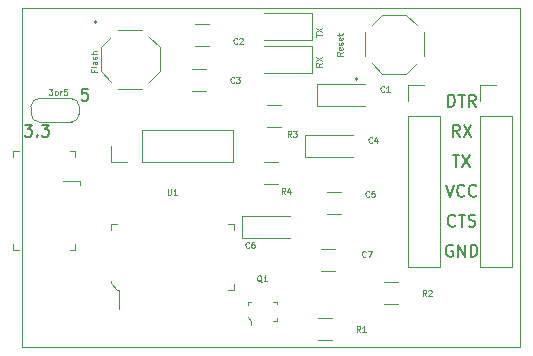
<source format=gbr>
G04 #@! TF.GenerationSoftware,KiCad,Pcbnew,5.1.10-88a1d61d58~88~ubuntu20.04.1*
G04 #@! TF.CreationDate,2021-05-19T21:03:50-06:00*
G04 #@! TF.ProjectId,ESP_Programmer,4553505f-5072-46f6-9772-616d6d65722e,rev?*
G04 #@! TF.SameCoordinates,Original*
G04 #@! TF.FileFunction,Legend,Top*
G04 #@! TF.FilePolarity,Positive*
%FSLAX46Y46*%
G04 Gerber Fmt 4.6, Leading zero omitted, Abs format (unit mm)*
G04 Created by KiCad (PCBNEW 5.1.10-88a1d61d58~88~ubuntu20.04.1) date 2021-05-19 21:03:50*
%MOMM*%
%LPD*%
G01*
G04 APERTURE LIST*
G04 #@! TA.AperFunction,Profile*
%ADD10C,0.050000*%
G04 #@! TD*
%ADD11C,0.120000*%
%ADD12C,0.070000*%
%ADD13C,0.150000*%
G04 APERTURE END LIST*
D10*
X184658000Y-116840000D02*
X195580000Y-116840000D01*
X184658000Y-88138000D02*
X184658000Y-116840000D01*
X184912000Y-88138000D02*
X184658000Y-88138000D01*
X226822000Y-88138000D02*
X184912000Y-88138000D01*
X226822000Y-116840000D02*
X226822000Y-88138000D01*
X226568000Y-116840000D02*
X226822000Y-116840000D01*
X195580000Y-116840000D02*
X226568000Y-116840000D01*
D11*
G04 #@! TO.C,U1*
X192158000Y-111270000D02*
X192158000Y-111445000D01*
X192158000Y-111445000D02*
X192683000Y-111970000D01*
X192683000Y-111970000D02*
X192833000Y-111970000D01*
X192833000Y-111970000D02*
X192833000Y-113645000D01*
X192158000Y-106420000D02*
X192158000Y-106920000D01*
X192158000Y-106420000D02*
X192658000Y-106420000D01*
X202558000Y-106420000D02*
X202558000Y-106920000D01*
X202558000Y-106420000D02*
X202058000Y-106420000D01*
X202558000Y-112020000D02*
X202558000Y-111520000D01*
X202558000Y-112020000D02*
X202058000Y-112020000D01*
G04 #@! TO.C,Flash*
X190977004Y-89305999D02*
G75*
G03*
X190977004Y-89305999I-125001J0D01*
G01*
X192802002Y-94955998D02*
X194802003Y-94955998D01*
X191302002Y-93455998D02*
X191302002Y-91455997D01*
X196302003Y-93455998D02*
X196302003Y-91455997D01*
X192802002Y-89955997D02*
X194802003Y-89955997D01*
X195402002Y-90555999D02*
X196302003Y-91455997D01*
X195402002Y-94355996D02*
X196302003Y-93455998D01*
X191302002Y-93455998D02*
X192202003Y-94355996D01*
X191302002Y-91455997D02*
X192202003Y-90555999D01*
G04 #@! TO.C,Reset*
X213129000Y-94135997D02*
G75*
G03*
X213129000Y-94135997I-125001J0D01*
G01*
X218653998Y-92185998D02*
X218653998Y-90185997D01*
X217153998Y-93685998D02*
X215153997Y-93685998D01*
X217153998Y-88685997D02*
X215153997Y-88685997D01*
X213653997Y-92185998D02*
X213653997Y-90185997D01*
X214253999Y-89585998D02*
X215153997Y-88685997D01*
X218053996Y-89585998D02*
X217153998Y-88685997D01*
X217153998Y-93685998D02*
X218053996Y-92785997D01*
X215153997Y-93685998D02*
X214253999Y-92785997D01*
G04 #@! TO.C,R4*
X205137936Y-101198000D02*
X206342064Y-101198000D01*
X205137936Y-103018000D02*
X206342064Y-103018000D01*
G04 #@! TO.C,R3*
X205391936Y-96372000D02*
X206596064Y-96372000D01*
X205391936Y-98192000D02*
X206596064Y-98192000D01*
G04 #@! TO.C,R2*
X216502064Y-113178000D02*
X215297936Y-113178000D01*
X216502064Y-111358000D02*
X215297936Y-111358000D01*
G04 #@! TO.C,R1*
X210914064Y-116226000D02*
X209709936Y-116226000D01*
X210914064Y-114406000D02*
X209709936Y-114406000D01*
G04 #@! TO.C,Q1*
X203753000Y-114267000D02*
X204053000Y-114592000D01*
X204053000Y-114592000D02*
X204053000Y-114992000D01*
X204053000Y-112992000D02*
X203753000Y-112992000D01*
X203753000Y-112992000D02*
X203753000Y-113292000D01*
X205928000Y-114592000D02*
X206203000Y-114592000D01*
X206203000Y-114592000D02*
X206203000Y-114342000D01*
X205903000Y-112992000D02*
X206203000Y-112992000D01*
X206203000Y-112992000D02*
X206203000Y-113217000D01*
G04 #@! TO.C,3or5*
X185402000Y-97074000D02*
X185402000Y-96474000D01*
X188852000Y-97774000D02*
X186052000Y-97774000D01*
X189502000Y-96474000D02*
X189502000Y-97074000D01*
X186052000Y-95774000D02*
X188852000Y-95774000D01*
X185402000Y-96474000D02*
G75*
G02*
X186102000Y-95774000I700000J0D01*
G01*
X186102000Y-97774000D02*
G75*
G02*
X185402000Y-97074000I0J700000D01*
G01*
X189502000Y-97074000D02*
G75*
G02*
X188802000Y-97774000I-700000J0D01*
G01*
X188802000Y-95774000D02*
G75*
G02*
X189502000Y-96474000I0J-700000D01*
G01*
G04 #@! TO.C,J4*
X223460000Y-110042000D02*
X226120000Y-110042000D01*
X223460000Y-97282000D02*
X223460000Y-110042000D01*
X226120000Y-97282000D02*
X226120000Y-110042000D01*
X223460000Y-97282000D02*
X226120000Y-97282000D01*
X223460000Y-96012000D02*
X223460000Y-94682000D01*
X223460000Y-94682000D02*
X224790000Y-94682000D01*
G04 #@! TO.C,J3*
X217364000Y-110042000D02*
X220024000Y-110042000D01*
X217364000Y-97282000D02*
X217364000Y-110042000D01*
X220024000Y-97282000D02*
X220024000Y-110042000D01*
X217364000Y-97282000D02*
X220024000Y-97282000D01*
X217364000Y-96012000D02*
X217364000Y-94682000D01*
X217364000Y-94682000D02*
X218694000Y-94682000D01*
G04 #@! TO.C,J2*
X202498000Y-101152000D02*
X202498000Y-98492000D01*
X194818000Y-101152000D02*
X202498000Y-101152000D01*
X194818000Y-98492000D02*
X202498000Y-98492000D01*
X194818000Y-101152000D02*
X194818000Y-98492000D01*
X193548000Y-101152000D02*
X192218000Y-101152000D01*
X192218000Y-101152000D02*
X192218000Y-99822000D01*
G04 #@! TO.C,J1*
X189322000Y-102794000D02*
X189522000Y-102794000D01*
X189522000Y-102794000D02*
X189522000Y-103094000D01*
X189322000Y-102794000D02*
X188122000Y-102794000D01*
X183922000Y-108594000D02*
X184422000Y-108594000D01*
X183922000Y-108094000D02*
X183922000Y-108594000D01*
X183922000Y-100194000D02*
X184422000Y-100194000D01*
X183922000Y-100194000D02*
X183922000Y-100694000D01*
X189172000Y-100194000D02*
X188672000Y-100194000D01*
X189172000Y-100694000D02*
X189172000Y-100194000D01*
X189172000Y-108594000D02*
X188672000Y-108594000D01*
X189172000Y-108594000D02*
X189172000Y-108094000D01*
G04 #@! TO.C,TX*
X205156000Y-90797000D02*
X209216000Y-90797000D01*
X209216000Y-90797000D02*
X209216000Y-88527000D01*
X209216000Y-88527000D02*
X205156000Y-88527000D01*
G04 #@! TO.C,RX*
X205156000Y-93591000D02*
X209216000Y-93591000D01*
X209216000Y-93591000D02*
X209216000Y-91321000D01*
X209216000Y-91321000D02*
X205156000Y-91321000D01*
G04 #@! TO.C,C7*
X209927436Y-108564000D02*
X211131564Y-108564000D01*
X209927436Y-110384000D02*
X211131564Y-110384000D01*
G04 #@! TO.C,C6*
X207340000Y-105745000D02*
X203255000Y-105745000D01*
X203255000Y-105745000D02*
X203255000Y-107615000D01*
X203255000Y-107615000D02*
X207340000Y-107615000D01*
G04 #@! TO.C,C5*
X210471936Y-103738000D02*
X211676064Y-103738000D01*
X210471936Y-105558000D02*
X211676064Y-105558000D01*
G04 #@! TO.C,C4*
X212674000Y-98887000D02*
X208589000Y-98887000D01*
X208589000Y-98887000D02*
X208589000Y-100757000D01*
X208589000Y-100757000D02*
X212674000Y-100757000D01*
G04 #@! TO.C,C3*
X199041936Y-93324000D02*
X200246064Y-93324000D01*
X199041936Y-95144000D02*
X200246064Y-95144000D01*
G04 #@! TO.C,C2*
X200500064Y-91334000D02*
X199295936Y-91334000D01*
X200500064Y-89514000D02*
X199295936Y-89514000D01*
G04 #@! TO.C,C1*
X213690000Y-94569000D02*
X209605000Y-94569000D01*
X209605000Y-94569000D02*
X209605000Y-96439000D01*
X209605000Y-96439000D02*
X213690000Y-96439000D01*
G04 #@! TD*
G04 #@! TO.C,U1*
D12*
X196977047Y-103436190D02*
X196977047Y-103840952D01*
X197000857Y-103888571D01*
X197024666Y-103912380D01*
X197072285Y-103936190D01*
X197167523Y-103936190D01*
X197215142Y-103912380D01*
X197238952Y-103888571D01*
X197262761Y-103840952D01*
X197262761Y-103436190D01*
X197762761Y-103936190D02*
X197477047Y-103936190D01*
X197619904Y-103936190D02*
X197619904Y-103436190D01*
X197572285Y-103507619D01*
X197524666Y-103555238D01*
X197477047Y-103579047D01*
G04 #@! TO.C,Flash*
X190718285Y-93394785D02*
X190718285Y-93561452D01*
X190980190Y-93561452D02*
X190480190Y-93561452D01*
X190480190Y-93323357D01*
X190980190Y-93061452D02*
X190956380Y-93109071D01*
X190908761Y-93132880D01*
X190480190Y-93132880D01*
X190980190Y-92656690D02*
X190718285Y-92656690D01*
X190670666Y-92680500D01*
X190646857Y-92728119D01*
X190646857Y-92823357D01*
X190670666Y-92870976D01*
X190956380Y-92656690D02*
X190980190Y-92704309D01*
X190980190Y-92823357D01*
X190956380Y-92870976D01*
X190908761Y-92894785D01*
X190861142Y-92894785D01*
X190813523Y-92870976D01*
X190789714Y-92823357D01*
X190789714Y-92704309D01*
X190765904Y-92656690D01*
X190956380Y-92442404D02*
X190980190Y-92394785D01*
X190980190Y-92299547D01*
X190956380Y-92251928D01*
X190908761Y-92228119D01*
X190884952Y-92228119D01*
X190837333Y-92251928D01*
X190813523Y-92299547D01*
X190813523Y-92370976D01*
X190789714Y-92418595D01*
X190742095Y-92442404D01*
X190718285Y-92442404D01*
X190670666Y-92418595D01*
X190646857Y-92370976D01*
X190646857Y-92299547D01*
X190670666Y-92251928D01*
X190980190Y-92013833D02*
X190480190Y-92013833D01*
X190980190Y-91799547D02*
X190718285Y-91799547D01*
X190670666Y-91823357D01*
X190646857Y-91870976D01*
X190646857Y-91942404D01*
X190670666Y-91990023D01*
X190694476Y-92013833D01*
G04 #@! TO.C,Reset*
X211808190Y-91858357D02*
X211570095Y-92025023D01*
X211808190Y-92144071D02*
X211308190Y-92144071D01*
X211308190Y-91953595D01*
X211332000Y-91905976D01*
X211355809Y-91882166D01*
X211403428Y-91858357D01*
X211474857Y-91858357D01*
X211522476Y-91882166D01*
X211546285Y-91905976D01*
X211570095Y-91953595D01*
X211570095Y-92144071D01*
X211784380Y-91453595D02*
X211808190Y-91501214D01*
X211808190Y-91596452D01*
X211784380Y-91644071D01*
X211736761Y-91667880D01*
X211546285Y-91667880D01*
X211498666Y-91644071D01*
X211474857Y-91596452D01*
X211474857Y-91501214D01*
X211498666Y-91453595D01*
X211546285Y-91429785D01*
X211593904Y-91429785D01*
X211641523Y-91667880D01*
X211784380Y-91239309D02*
X211808190Y-91191690D01*
X211808190Y-91096452D01*
X211784380Y-91048833D01*
X211736761Y-91025023D01*
X211712952Y-91025023D01*
X211665333Y-91048833D01*
X211641523Y-91096452D01*
X211641523Y-91167880D01*
X211617714Y-91215500D01*
X211570095Y-91239309D01*
X211546285Y-91239309D01*
X211498666Y-91215500D01*
X211474857Y-91167880D01*
X211474857Y-91096452D01*
X211498666Y-91048833D01*
X211784380Y-90620261D02*
X211808190Y-90667880D01*
X211808190Y-90763119D01*
X211784380Y-90810738D01*
X211736761Y-90834547D01*
X211546285Y-90834547D01*
X211498666Y-90810738D01*
X211474857Y-90763119D01*
X211474857Y-90667880D01*
X211498666Y-90620261D01*
X211546285Y-90596452D01*
X211593904Y-90596452D01*
X211641523Y-90834547D01*
X211474857Y-90453595D02*
X211474857Y-90263119D01*
X211308190Y-90382166D02*
X211736761Y-90382166D01*
X211784380Y-90358357D01*
X211808190Y-90310738D01*
X211808190Y-90263119D01*
G04 #@! TO.C,R4*
X206926666Y-103858190D02*
X206760000Y-103620095D01*
X206640952Y-103858190D02*
X206640952Y-103358190D01*
X206831428Y-103358190D01*
X206879047Y-103382000D01*
X206902857Y-103405809D01*
X206926666Y-103453428D01*
X206926666Y-103524857D01*
X206902857Y-103572476D01*
X206879047Y-103596285D01*
X206831428Y-103620095D01*
X206640952Y-103620095D01*
X207355238Y-103524857D02*
X207355238Y-103858190D01*
X207236190Y-103334380D02*
X207117142Y-103691523D01*
X207426666Y-103691523D01*
G04 #@! TO.C,R3*
X207434666Y-99032190D02*
X207268000Y-98794095D01*
X207148952Y-99032190D02*
X207148952Y-98532190D01*
X207339428Y-98532190D01*
X207387047Y-98556000D01*
X207410857Y-98579809D01*
X207434666Y-98627428D01*
X207434666Y-98698857D01*
X207410857Y-98746476D01*
X207387047Y-98770285D01*
X207339428Y-98794095D01*
X207148952Y-98794095D01*
X207601333Y-98532190D02*
X207910857Y-98532190D01*
X207744190Y-98722666D01*
X207815619Y-98722666D01*
X207863238Y-98746476D01*
X207887047Y-98770285D01*
X207910857Y-98817904D01*
X207910857Y-98936952D01*
X207887047Y-98984571D01*
X207863238Y-99008380D01*
X207815619Y-99032190D01*
X207672761Y-99032190D01*
X207625142Y-99008380D01*
X207601333Y-98984571D01*
G04 #@! TO.C,R2*
X218864666Y-112494190D02*
X218698000Y-112256095D01*
X218578952Y-112494190D02*
X218578952Y-111994190D01*
X218769428Y-111994190D01*
X218817047Y-112018000D01*
X218840857Y-112041809D01*
X218864666Y-112089428D01*
X218864666Y-112160857D01*
X218840857Y-112208476D01*
X218817047Y-112232285D01*
X218769428Y-112256095D01*
X218578952Y-112256095D01*
X219055142Y-112041809D02*
X219078952Y-112018000D01*
X219126571Y-111994190D01*
X219245619Y-111994190D01*
X219293238Y-112018000D01*
X219317047Y-112041809D01*
X219340857Y-112089428D01*
X219340857Y-112137047D01*
X219317047Y-112208476D01*
X219031333Y-112494190D01*
X219340857Y-112494190D01*
G04 #@! TO.C,R1*
X213276666Y-115542190D02*
X213110000Y-115304095D01*
X212990952Y-115542190D02*
X212990952Y-115042190D01*
X213181428Y-115042190D01*
X213229047Y-115066000D01*
X213252857Y-115089809D01*
X213276666Y-115137428D01*
X213276666Y-115208857D01*
X213252857Y-115256476D01*
X213229047Y-115280285D01*
X213181428Y-115304095D01*
X212990952Y-115304095D01*
X213752857Y-115542190D02*
X213467142Y-115542190D01*
X213610000Y-115542190D02*
X213610000Y-115042190D01*
X213562380Y-115113619D01*
X213514761Y-115161238D01*
X213467142Y-115185047D01*
G04 #@! TO.C,Q1*
X204930380Y-111315809D02*
X204882761Y-111292000D01*
X204835142Y-111244380D01*
X204763714Y-111172952D01*
X204716095Y-111149142D01*
X204668476Y-111149142D01*
X204692285Y-111268190D02*
X204644666Y-111244380D01*
X204597047Y-111196761D01*
X204573238Y-111101523D01*
X204573238Y-110934857D01*
X204597047Y-110839619D01*
X204644666Y-110792000D01*
X204692285Y-110768190D01*
X204787523Y-110768190D01*
X204835142Y-110792000D01*
X204882761Y-110839619D01*
X204906571Y-110934857D01*
X204906571Y-111101523D01*
X204882761Y-111196761D01*
X204835142Y-111244380D01*
X204787523Y-111268190D01*
X204692285Y-111268190D01*
X205382761Y-111268190D02*
X205097047Y-111268190D01*
X205239904Y-111268190D02*
X205239904Y-110768190D01*
X205192285Y-110839619D01*
X205144666Y-110887238D01*
X205097047Y-110911047D01*
G04 #@! TO.C,3or5*
X186920285Y-94976190D02*
X187229809Y-94976190D01*
X187063142Y-95166666D01*
X187134571Y-95166666D01*
X187182190Y-95190476D01*
X187206000Y-95214285D01*
X187229809Y-95261904D01*
X187229809Y-95380952D01*
X187206000Y-95428571D01*
X187182190Y-95452380D01*
X187134571Y-95476190D01*
X186991714Y-95476190D01*
X186944095Y-95452380D01*
X186920285Y-95428571D01*
X187515523Y-95476190D02*
X187467904Y-95452380D01*
X187444095Y-95428571D01*
X187420285Y-95380952D01*
X187420285Y-95238095D01*
X187444095Y-95190476D01*
X187467904Y-95166666D01*
X187515523Y-95142857D01*
X187586952Y-95142857D01*
X187634571Y-95166666D01*
X187658380Y-95190476D01*
X187682190Y-95238095D01*
X187682190Y-95380952D01*
X187658380Y-95428571D01*
X187634571Y-95452380D01*
X187586952Y-95476190D01*
X187515523Y-95476190D01*
X187896476Y-95476190D02*
X187896476Y-95142857D01*
X187896476Y-95238095D02*
X187920285Y-95190476D01*
X187944095Y-95166666D01*
X187991714Y-95142857D01*
X188039333Y-95142857D01*
X188444095Y-94976190D02*
X188206000Y-94976190D01*
X188182190Y-95214285D01*
X188206000Y-95190476D01*
X188253619Y-95166666D01*
X188372666Y-95166666D01*
X188420285Y-95190476D01*
X188444095Y-95214285D01*
X188467904Y-95261904D01*
X188467904Y-95380952D01*
X188444095Y-95428571D01*
X188420285Y-95452380D01*
X188372666Y-95476190D01*
X188253619Y-95476190D01*
X188206000Y-95452380D01*
X188182190Y-95428571D01*
D13*
X184880380Y-98004380D02*
X185499428Y-98004380D01*
X185166095Y-98385333D01*
X185308952Y-98385333D01*
X185404190Y-98432952D01*
X185451809Y-98480571D01*
X185499428Y-98575809D01*
X185499428Y-98813904D01*
X185451809Y-98909142D01*
X185404190Y-98956761D01*
X185308952Y-99004380D01*
X185023238Y-99004380D01*
X184928000Y-98956761D01*
X184880380Y-98909142D01*
X185928000Y-98909142D02*
X185975619Y-98956761D01*
X185928000Y-99004380D01*
X185880380Y-98956761D01*
X185928000Y-98909142D01*
X185928000Y-99004380D01*
X186308952Y-98004380D02*
X186928000Y-98004380D01*
X186594666Y-98385333D01*
X186737523Y-98385333D01*
X186832761Y-98432952D01*
X186880380Y-98480571D01*
X186928000Y-98575809D01*
X186928000Y-98813904D01*
X186880380Y-98909142D01*
X186832761Y-98956761D01*
X186737523Y-99004380D01*
X186451809Y-99004380D01*
X186356571Y-98956761D01*
X186308952Y-98909142D01*
X190230095Y-94956380D02*
X189753904Y-94956380D01*
X189706285Y-95432571D01*
X189753904Y-95384952D01*
X189849142Y-95337333D01*
X190087238Y-95337333D01*
X190182476Y-95384952D01*
X190230095Y-95432571D01*
X190277714Y-95527809D01*
X190277714Y-95765904D01*
X190230095Y-95861142D01*
X190182476Y-95908761D01*
X190087238Y-95956380D01*
X189849142Y-95956380D01*
X189753904Y-95908761D01*
X189706285Y-95861142D01*
G04 #@! TO.C,J3*
X220726142Y-96464380D02*
X220726142Y-95464380D01*
X220964238Y-95464380D01*
X221107095Y-95512000D01*
X221202333Y-95607238D01*
X221249952Y-95702476D01*
X221297571Y-95892952D01*
X221297571Y-96035809D01*
X221249952Y-96226285D01*
X221202333Y-96321523D01*
X221107095Y-96416761D01*
X220964238Y-96464380D01*
X220726142Y-96464380D01*
X221583285Y-95464380D02*
X222154714Y-95464380D01*
X221869000Y-96464380D02*
X221869000Y-95464380D01*
X223059476Y-96464380D02*
X222726142Y-95988190D01*
X222488047Y-96464380D02*
X222488047Y-95464380D01*
X222869000Y-95464380D01*
X222964238Y-95512000D01*
X223011857Y-95559619D01*
X223059476Y-95654857D01*
X223059476Y-95797714D01*
X223011857Y-95892952D01*
X222964238Y-95940571D01*
X222869000Y-95988190D01*
X222488047Y-95988190D01*
X221702333Y-99004380D02*
X221369000Y-98528190D01*
X221130904Y-99004380D02*
X221130904Y-98004380D01*
X221511857Y-98004380D01*
X221607095Y-98052000D01*
X221654714Y-98099619D01*
X221702333Y-98194857D01*
X221702333Y-98337714D01*
X221654714Y-98432952D01*
X221607095Y-98480571D01*
X221511857Y-98528190D01*
X221130904Y-98528190D01*
X222035666Y-98004380D02*
X222702333Y-99004380D01*
X222702333Y-98004380D02*
X222035666Y-99004380D01*
X221107095Y-100544380D02*
X221678523Y-100544380D01*
X221392809Y-101544380D02*
X221392809Y-100544380D01*
X221916619Y-100544380D02*
X222583285Y-101544380D01*
X222583285Y-100544380D02*
X221916619Y-101544380D01*
X220535666Y-103084380D02*
X220869000Y-104084380D01*
X221202333Y-103084380D01*
X222107095Y-103989142D02*
X222059476Y-104036761D01*
X221916619Y-104084380D01*
X221821380Y-104084380D01*
X221678523Y-104036761D01*
X221583285Y-103941523D01*
X221535666Y-103846285D01*
X221488047Y-103655809D01*
X221488047Y-103512952D01*
X221535666Y-103322476D01*
X221583285Y-103227238D01*
X221678523Y-103132000D01*
X221821380Y-103084380D01*
X221916619Y-103084380D01*
X222059476Y-103132000D01*
X222107095Y-103179619D01*
X223107095Y-103989142D02*
X223059476Y-104036761D01*
X222916619Y-104084380D01*
X222821380Y-104084380D01*
X222678523Y-104036761D01*
X222583285Y-103941523D01*
X222535666Y-103846285D01*
X222488047Y-103655809D01*
X222488047Y-103512952D01*
X222535666Y-103322476D01*
X222583285Y-103227238D01*
X222678523Y-103132000D01*
X222821380Y-103084380D01*
X222916619Y-103084380D01*
X223059476Y-103132000D01*
X223107095Y-103179619D01*
X221321380Y-106529142D02*
X221273761Y-106576761D01*
X221130904Y-106624380D01*
X221035666Y-106624380D01*
X220892809Y-106576761D01*
X220797571Y-106481523D01*
X220749952Y-106386285D01*
X220702333Y-106195809D01*
X220702333Y-106052952D01*
X220749952Y-105862476D01*
X220797571Y-105767238D01*
X220892809Y-105672000D01*
X221035666Y-105624380D01*
X221130904Y-105624380D01*
X221273761Y-105672000D01*
X221321380Y-105719619D01*
X221607095Y-105624380D02*
X222178523Y-105624380D01*
X221892809Y-106624380D02*
X221892809Y-105624380D01*
X222464238Y-106576761D02*
X222607095Y-106624380D01*
X222845190Y-106624380D01*
X222940428Y-106576761D01*
X222988047Y-106529142D01*
X223035666Y-106433904D01*
X223035666Y-106338666D01*
X222988047Y-106243428D01*
X222940428Y-106195809D01*
X222845190Y-106148190D01*
X222654714Y-106100571D01*
X222559476Y-106052952D01*
X222511857Y-106005333D01*
X222464238Y-105910095D01*
X222464238Y-105814857D01*
X222511857Y-105719619D01*
X222559476Y-105672000D01*
X222654714Y-105624380D01*
X222892809Y-105624380D01*
X223035666Y-105672000D01*
X221107095Y-108212000D02*
X221011857Y-108164380D01*
X220869000Y-108164380D01*
X220726142Y-108212000D01*
X220630904Y-108307238D01*
X220583285Y-108402476D01*
X220535666Y-108592952D01*
X220535666Y-108735809D01*
X220583285Y-108926285D01*
X220630904Y-109021523D01*
X220726142Y-109116761D01*
X220869000Y-109164380D01*
X220964238Y-109164380D01*
X221107095Y-109116761D01*
X221154714Y-109069142D01*
X221154714Y-108735809D01*
X220964238Y-108735809D01*
X221583285Y-109164380D02*
X221583285Y-108164380D01*
X222154714Y-109164380D01*
X222154714Y-108164380D01*
X222630904Y-109164380D02*
X222630904Y-108164380D01*
X222869000Y-108164380D01*
X223011857Y-108212000D01*
X223107095Y-108307238D01*
X223154714Y-108402476D01*
X223202333Y-108592952D01*
X223202333Y-108735809D01*
X223154714Y-108926285D01*
X223107095Y-109021523D01*
X223011857Y-109116761D01*
X222869000Y-109164380D01*
X222630904Y-109164380D01*
G04 #@! TO.C,TX*
D12*
X209530190Y-90550952D02*
X209530190Y-90265238D01*
X210030190Y-90408095D02*
X209530190Y-90408095D01*
X209530190Y-90146190D02*
X210030190Y-89812857D01*
X209530190Y-89812857D02*
X210030190Y-90146190D01*
G04 #@! TO.C,RX*
X210030190Y-92793333D02*
X209792095Y-92960000D01*
X210030190Y-93079047D02*
X209530190Y-93079047D01*
X209530190Y-92888571D01*
X209554000Y-92840952D01*
X209577809Y-92817142D01*
X209625428Y-92793333D01*
X209696857Y-92793333D01*
X209744476Y-92817142D01*
X209768285Y-92840952D01*
X209792095Y-92888571D01*
X209792095Y-93079047D01*
X209530190Y-92626666D02*
X210030190Y-92293333D01*
X209530190Y-92293333D02*
X210030190Y-92626666D01*
G04 #@! TO.C,C7*
X213748166Y-109144571D02*
X213724357Y-109168380D01*
X213652928Y-109192190D01*
X213605309Y-109192190D01*
X213533880Y-109168380D01*
X213486261Y-109120761D01*
X213462452Y-109073142D01*
X213438642Y-108977904D01*
X213438642Y-108906476D01*
X213462452Y-108811238D01*
X213486261Y-108763619D01*
X213533880Y-108716000D01*
X213605309Y-108692190D01*
X213652928Y-108692190D01*
X213724357Y-108716000D01*
X213748166Y-108739809D01*
X213914833Y-108692190D02*
X214248166Y-108692190D01*
X214033880Y-109192190D01*
G04 #@! TO.C,C6*
X203878666Y-108382571D02*
X203854857Y-108406380D01*
X203783428Y-108430190D01*
X203735809Y-108430190D01*
X203664380Y-108406380D01*
X203616761Y-108358761D01*
X203592952Y-108311142D01*
X203569142Y-108215904D01*
X203569142Y-108144476D01*
X203592952Y-108049238D01*
X203616761Y-108001619D01*
X203664380Y-107954000D01*
X203735809Y-107930190D01*
X203783428Y-107930190D01*
X203854857Y-107954000D01*
X203878666Y-107977809D01*
X204307238Y-107930190D02*
X204212000Y-107930190D01*
X204164380Y-107954000D01*
X204140571Y-107977809D01*
X204092952Y-108049238D01*
X204069142Y-108144476D01*
X204069142Y-108334952D01*
X204092952Y-108382571D01*
X204116761Y-108406380D01*
X204164380Y-108430190D01*
X204259619Y-108430190D01*
X204307238Y-108406380D01*
X204331047Y-108382571D01*
X204354857Y-108334952D01*
X204354857Y-108215904D01*
X204331047Y-108168285D01*
X204307238Y-108144476D01*
X204259619Y-108120666D01*
X204164380Y-108120666D01*
X204116761Y-108144476D01*
X204092952Y-108168285D01*
X204069142Y-108215904D01*
G04 #@! TO.C,C5*
X214038666Y-104064571D02*
X214014857Y-104088380D01*
X213943428Y-104112190D01*
X213895809Y-104112190D01*
X213824380Y-104088380D01*
X213776761Y-104040761D01*
X213752952Y-103993142D01*
X213729142Y-103897904D01*
X213729142Y-103826476D01*
X213752952Y-103731238D01*
X213776761Y-103683619D01*
X213824380Y-103636000D01*
X213895809Y-103612190D01*
X213943428Y-103612190D01*
X214014857Y-103636000D01*
X214038666Y-103659809D01*
X214491047Y-103612190D02*
X214252952Y-103612190D01*
X214229142Y-103850285D01*
X214252952Y-103826476D01*
X214300571Y-103802666D01*
X214419619Y-103802666D01*
X214467238Y-103826476D01*
X214491047Y-103850285D01*
X214514857Y-103897904D01*
X214514857Y-104016952D01*
X214491047Y-104064571D01*
X214467238Y-104088380D01*
X214419619Y-104112190D01*
X214300571Y-104112190D01*
X214252952Y-104088380D01*
X214229142Y-104064571D01*
G04 #@! TO.C,C4*
X214292666Y-99492571D02*
X214268857Y-99516380D01*
X214197428Y-99540190D01*
X214149809Y-99540190D01*
X214078380Y-99516380D01*
X214030761Y-99468761D01*
X214006952Y-99421142D01*
X213983142Y-99325904D01*
X213983142Y-99254476D01*
X214006952Y-99159238D01*
X214030761Y-99111619D01*
X214078380Y-99064000D01*
X214149809Y-99040190D01*
X214197428Y-99040190D01*
X214268857Y-99064000D01*
X214292666Y-99087809D01*
X214721238Y-99206857D02*
X214721238Y-99540190D01*
X214602190Y-99016380D02*
X214483142Y-99373523D01*
X214792666Y-99373523D01*
G04 #@! TO.C,C3*
X202608666Y-94412571D02*
X202584857Y-94436380D01*
X202513428Y-94460190D01*
X202465809Y-94460190D01*
X202394380Y-94436380D01*
X202346761Y-94388761D01*
X202322952Y-94341142D01*
X202299142Y-94245904D01*
X202299142Y-94174476D01*
X202322952Y-94079238D01*
X202346761Y-94031619D01*
X202394380Y-93984000D01*
X202465809Y-93960190D01*
X202513428Y-93960190D01*
X202584857Y-93984000D01*
X202608666Y-94007809D01*
X202775333Y-93960190D02*
X203084857Y-93960190D01*
X202918190Y-94150666D01*
X202989619Y-94150666D01*
X203037238Y-94174476D01*
X203061047Y-94198285D01*
X203084857Y-94245904D01*
X203084857Y-94364952D01*
X203061047Y-94412571D01*
X203037238Y-94436380D01*
X202989619Y-94460190D01*
X202846761Y-94460190D01*
X202799142Y-94436380D01*
X202775333Y-94412571D01*
G04 #@! TO.C,C2*
X202862666Y-91110571D02*
X202838857Y-91134380D01*
X202767428Y-91158190D01*
X202719809Y-91158190D01*
X202648380Y-91134380D01*
X202600761Y-91086761D01*
X202576952Y-91039142D01*
X202553142Y-90943904D01*
X202553142Y-90872476D01*
X202576952Y-90777238D01*
X202600761Y-90729619D01*
X202648380Y-90682000D01*
X202719809Y-90658190D01*
X202767428Y-90658190D01*
X202838857Y-90682000D01*
X202862666Y-90705809D01*
X203053142Y-90705809D02*
X203076952Y-90682000D01*
X203124571Y-90658190D01*
X203243619Y-90658190D01*
X203291238Y-90682000D01*
X203315047Y-90705809D01*
X203338857Y-90753428D01*
X203338857Y-90801047D01*
X203315047Y-90872476D01*
X203029333Y-91158190D01*
X203338857Y-91158190D01*
G04 #@! TO.C,C1*
X215308666Y-95174571D02*
X215284857Y-95198380D01*
X215213428Y-95222190D01*
X215165809Y-95222190D01*
X215094380Y-95198380D01*
X215046761Y-95150761D01*
X215022952Y-95103142D01*
X214999142Y-95007904D01*
X214999142Y-94936476D01*
X215022952Y-94841238D01*
X215046761Y-94793619D01*
X215094380Y-94746000D01*
X215165809Y-94722190D01*
X215213428Y-94722190D01*
X215284857Y-94746000D01*
X215308666Y-94769809D01*
X215784857Y-95222190D02*
X215499142Y-95222190D01*
X215642000Y-95222190D02*
X215642000Y-94722190D01*
X215594380Y-94793619D01*
X215546761Y-94841238D01*
X215499142Y-94865047D01*
G04 #@! TD*
M02*

</source>
